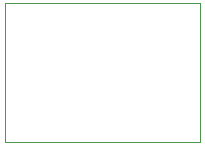
<source format=gbr>
G04 #@! TF.GenerationSoftware,KiCad,Pcbnew,(5.1.5-0-10_14)*
G04 #@! TF.CreationDate,2021-06-06T10:33:05-04:00*
G04 #@! TF.ProjectId,ESLO_USB_POWER,45534c4f-5f55-4534-925f-504f5745522e,rev?*
G04 #@! TF.SameCoordinates,Original*
G04 #@! TF.FileFunction,Profile,NP*
%FSLAX46Y46*%
G04 Gerber Fmt 4.6, Leading zero omitted, Abs format (unit mm)*
G04 Created by KiCad (PCBNEW (5.1.5-0-10_14)) date 2021-06-06 10:33:05*
%MOMM*%
%LPD*%
G04 APERTURE LIST*
%ADD10C,0.050000*%
G04 APERTURE END LIST*
D10*
X125250000Y-98750000D02*
X125250000Y-87000000D01*
X108750000Y-98750000D02*
X125250000Y-98750000D01*
X108750000Y-87000000D02*
X108750000Y-98750000D01*
X125250000Y-87000000D02*
X108750000Y-87000000D01*
M02*

</source>
